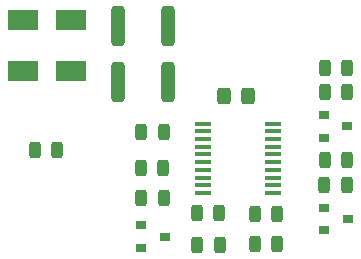
<source format=gbr>
G04 #@! TF.GenerationSoftware,KiCad,Pcbnew,(6.0.1-0)*
G04 #@! TF.CreationDate,2022-03-09T23:32:45+00:00*
G04 #@! TF.ProjectId,x1key,78316b65-792e-46b6-9963-61645f706362,1.2*
G04 #@! TF.SameCoordinates,Original*
G04 #@! TF.FileFunction,Paste,Top*
G04 #@! TF.FilePolarity,Positive*
%FSLAX46Y46*%
G04 Gerber Fmt 4.6, Leading zero omitted, Abs format (unit mm)*
G04 Created by KiCad (PCBNEW (6.0.1-0)) date 2022-03-09 23:32:45*
%MOMM*%
%LPD*%
G01*
G04 APERTURE LIST*
G04 Aperture macros list*
%AMRoundRect*
0 Rectangle with rounded corners*
0 $1 Rounding radius*
0 $2 $3 $4 $5 $6 $7 $8 $9 X,Y pos of 4 corners*
0 Add a 4 corners polygon primitive as box body*
4,1,4,$2,$3,$4,$5,$6,$7,$8,$9,$2,$3,0*
0 Add four circle primitives for the rounded corners*
1,1,$1+$1,$2,$3*
1,1,$1+$1,$4,$5*
1,1,$1+$1,$6,$7*
1,1,$1+$1,$8,$9*
0 Add four rect primitives between the rounded corners*
20,1,$1+$1,$2,$3,$4,$5,0*
20,1,$1+$1,$4,$5,$6,$7,0*
20,1,$1+$1,$6,$7,$8,$9,0*
20,1,$1+$1,$8,$9,$2,$3,0*%
G04 Aperture macros list end*
%ADD10RoundRect,0.250000X-0.312500X-1.450000X0.312500X-1.450000X0.312500X1.450000X-0.312500X1.450000X0*%
%ADD11R,0.900000X0.800000*%
%ADD12RoundRect,0.243750X-0.243750X-0.456250X0.243750X-0.456250X0.243750X0.456250X-0.243750X0.456250X0*%
%ADD13RoundRect,0.243750X0.243750X0.456250X-0.243750X0.456250X-0.243750X-0.456250X0.243750X-0.456250X0*%
%ADD14R,1.450000X0.450000*%
%ADD15RoundRect,0.250000X0.312500X1.450000X-0.312500X1.450000X-0.312500X-1.450000X0.312500X-1.450000X0*%
%ADD16RoundRect,0.250000X-0.325000X-0.450000X0.325000X-0.450000X0.325000X0.450000X-0.325000X0.450000X0*%
%ADD17R,2.500000X1.800000*%
G04 APERTURE END LIST*
D10*
X65002500Y-82920000D03*
X69277500Y-82920000D03*
D11*
X82460000Y-90460000D03*
X82460000Y-92360000D03*
X84460000Y-91410000D03*
X82470000Y-98320000D03*
X82470000Y-100220000D03*
X84470000Y-99270000D03*
X66970000Y-99790000D03*
X66970000Y-101690000D03*
X68970000Y-100740000D03*
D12*
X58032500Y-93440000D03*
X59907500Y-93440000D03*
X67012500Y-91900000D03*
X68887500Y-91900000D03*
X66992500Y-94900000D03*
X68867500Y-94900000D03*
X82522500Y-88500000D03*
X84397500Y-88500000D03*
X82532500Y-94270000D03*
X84407500Y-94270000D03*
D13*
X78517500Y-98800000D03*
X76642500Y-98800000D03*
D12*
X82512500Y-96340000D03*
X84387500Y-96340000D03*
X82522500Y-86460000D03*
X84397500Y-86460000D03*
X71742500Y-98790000D03*
X73617500Y-98790000D03*
D13*
X68887500Y-97450000D03*
X67012500Y-97450000D03*
D12*
X76632500Y-101390000D03*
X78507500Y-101390000D03*
D14*
X72260000Y-91195000D03*
X72260000Y-91845000D03*
X72260000Y-92495000D03*
X72260000Y-93145000D03*
X72260000Y-93795000D03*
X72260000Y-94445000D03*
X72260000Y-95095000D03*
X72260000Y-95745000D03*
X72260000Y-96395000D03*
X72260000Y-97045000D03*
X78160000Y-97045000D03*
X78160000Y-96395000D03*
X78160000Y-95745000D03*
X78160000Y-95095000D03*
X78160000Y-94445000D03*
X78160000Y-93795000D03*
X78160000Y-93145000D03*
X78160000Y-92495000D03*
X78160000Y-91845000D03*
X78160000Y-91195000D03*
D15*
X69287500Y-87680000D03*
X65012500Y-87680000D03*
D16*
X73975000Y-88830000D03*
X76025000Y-88830000D03*
D17*
X61030000Y-82390000D03*
X57030000Y-82390000D03*
X61020000Y-86730000D03*
X57020000Y-86730000D03*
D13*
X73627500Y-101420000D03*
X71752500Y-101420000D03*
M02*

</source>
